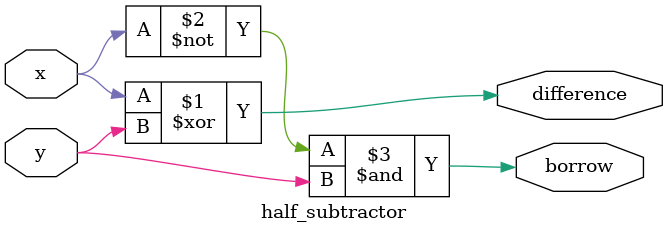
<source format=v>
module half_subtractor(x,y,difference,borrow);
input x,y;
output difference,borrow;
assign difference = (x^y);
assign borrow = (~x&y);
endmodule
</source>
